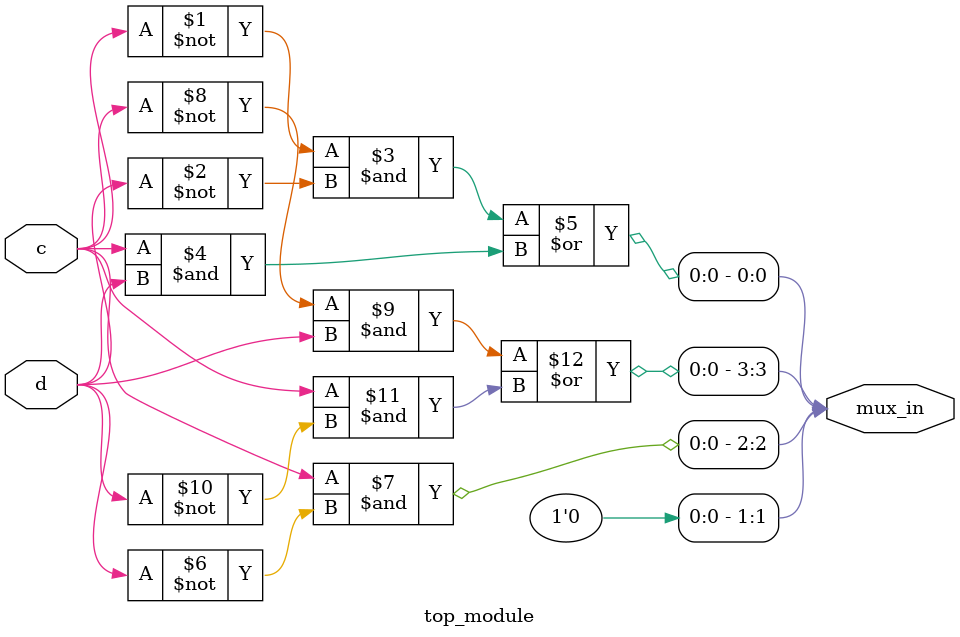
<source format=sv>
module top_module (
    input c,
    input d,
    output [3:0] mux_in
);

    // Implement the logic for each mux_in based on the K-map
    assign mux_in[0] = (~c & ~d) | (c & d);
    assign mux_in[1] = 0;  // This corresponds to the constant 0 in the K-map
    assign mux_in[2] = c & ~d;
    assign mux_in[3] = ~c & d | (c & ~d);

endmodule

</source>
